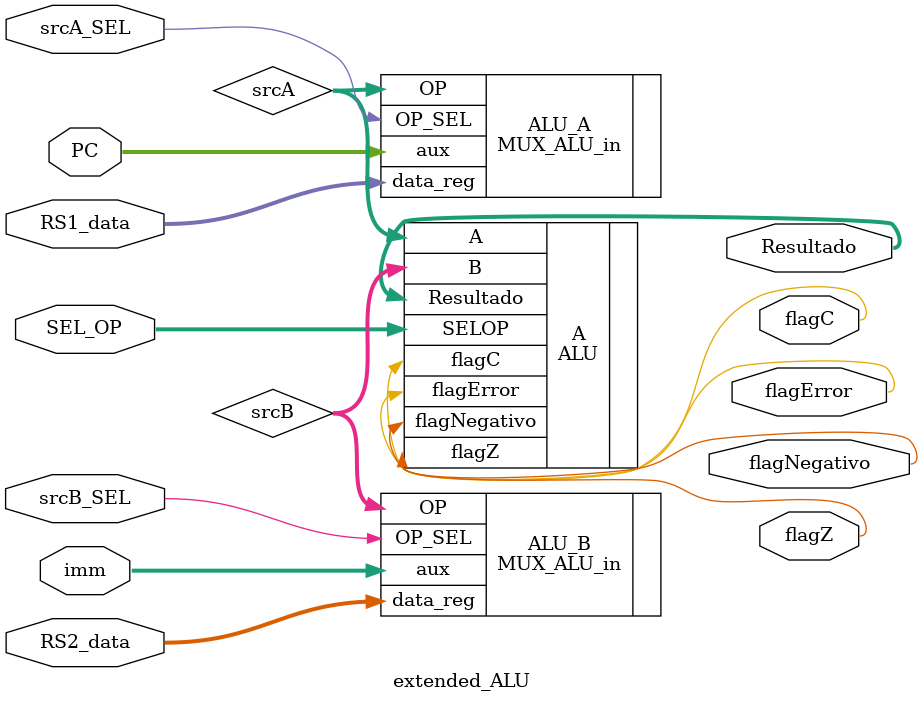
<source format=v>
module extended_ALU (input [31:0] RS1_data, RS2_data,imm,PC, input srcB_SEL, srcA_SEL,
                     input [3:0]SEL_OP,
                     output [31:0] Resultado,
                     output flagC,flagZ,flagError,flagNegativo);
wire [31:0] srcA,srcB;
MUX_ALU_in ALU_A (.data_reg(RS1_data), .aux(PC), .OP_SEL(srcA_SEL),
                  .OP(srcA));
MUX_ALU_in ALU_B (.data_reg(RS2_data), .aux(imm), .OP_SEL(srcB_SEL),
                  .OP(srcB));
ALU A(.A(srcA),.B(srcB),
.SELOP(SEL_OP),
.Resultado(Resultado),
.flagC(flagC),.flagZ(flagZ),.flagError(flagError),.flagNegativo(flagNegativo)
);
endmodule
</source>
